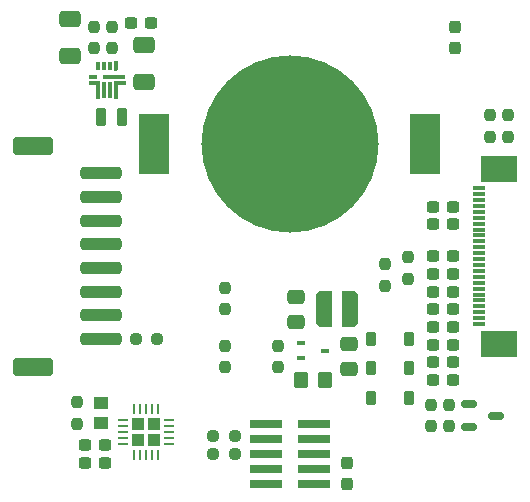
<source format=gtp>
%TF.GenerationSoftware,KiCad,Pcbnew,7.0.7*%
%TF.CreationDate,2023-11-30T17:57:34-08:00*%
%TF.ProjectId,TemperatureHumidityEPD,54656d70-6572-4617-9475-726548756d69,rev?*%
%TF.SameCoordinates,PX75040e0PY7b67cc0*%
%TF.FileFunction,Paste,Top*%
%TF.FilePolarity,Positive*%
%FSLAX46Y46*%
G04 Gerber Fmt 4.6, Leading zero omitted, Abs format (unit mm)*
G04 Created by KiCad (PCBNEW 7.0.7) date 2023-11-30 17:57:34*
%MOMM*%
%LPD*%
G01*
G04 APERTURE LIST*
G04 Aperture macros list*
%AMRoundRect*
0 Rectangle with rounded corners*
0 $1 Rounding radius*
0 $2 $3 $4 $5 $6 $7 $8 $9 X,Y pos of 4 corners*
0 Add a 4 corners polygon primitive as box body*
4,1,4,$2,$3,$4,$5,$6,$7,$8,$9,$2,$3,0*
0 Add four circle primitives for the rounded corners*
1,1,$1+$1,$2,$3*
1,1,$1+$1,$4,$5*
1,1,$1+$1,$6,$7*
1,1,$1+$1,$8,$9*
0 Add four rect primitives between the rounded corners*
20,1,$1+$1,$2,$3,$4,$5,0*
20,1,$1+$1,$4,$5,$6,$7,0*
20,1,$1+$1,$6,$7,$8,$9,0*
20,1,$1+$1,$8,$9,$2,$3,0*%
%AMOutline5P*
0 Free polygon, 5 corners , with rotation*
0 The origin of the aperture is its center*
0 number of corners: always 5*
0 $1 to $10 corner X, Y*
0 $11 Rotation angle, in degrees counterclockwise*
0 create outline with 5 corners*
4,1,5,$1,$2,$3,$4,$5,$6,$7,$8,$9,$10,$1,$2,$11*%
%AMOutline6P*
0 Free polygon, 6 corners , with rotation*
0 The origin of the aperture is its center*
0 number of corners: always 6*
0 $1 to $12 corner X, Y*
0 $13 Rotation angle, in degrees counterclockwise*
0 create outline with 6 corners*
4,1,6,$1,$2,$3,$4,$5,$6,$7,$8,$9,$10,$11,$12,$1,$2,$13*%
%AMOutline7P*
0 Free polygon, 7 corners , with rotation*
0 The origin of the aperture is its center*
0 number of corners: always 7*
0 $1 to $14 corner X, Y*
0 $15 Rotation angle, in degrees counterclockwise*
0 create outline with 7 corners*
4,1,7,$1,$2,$3,$4,$5,$6,$7,$8,$9,$10,$11,$12,$13,$14,$1,$2,$15*%
%AMOutline8P*
0 Free polygon, 8 corners , with rotation*
0 The origin of the aperture is its center*
0 number of corners: always 8*
0 $1 to $16 corner X, Y*
0 $17 Rotation angle, in degrees counterclockwise*
0 create outline with 8 corners*
4,1,8,$1,$2,$3,$4,$5,$6,$7,$8,$9,$10,$11,$12,$13,$14,$15,$16,$1,$2,$17*%
%AMFreePoly0*
4,1,7,0.723768,-0.149824,-0.430033,-0.150223,-0.430033,-0.803623,-0.734833,-0.803623,-0.734833,0.154777,0.723768,0.154976,0.723768,-0.149824,0.723768,-0.149824,$1*%
%AMFreePoly1*
4,1,7,-0.760101,0.152799,0.393700,0.152400,0.393700,-0.152400,-1.064901,-0.152201,-1.064901,0.806199,-0.760101,0.806199,-0.760101,0.152799,-0.760101,0.152799,$1*%
G04 Aperture macros list end*
%ADD10R,2.500000X5.100000*%
%ADD11C,15.000000*%
%ADD12RoundRect,0.237500X0.237500X-0.300000X0.237500X0.300000X-0.237500X0.300000X-0.237500X-0.300000X0*%
%ADD13RoundRect,0.237500X0.300000X0.237500X-0.300000X0.237500X-0.300000X-0.237500X0.300000X-0.237500X0*%
%ADD14R,2.790000X0.740000*%
%ADD15RoundRect,0.250000X-1.500000X0.250000X-1.500000X-0.250000X1.500000X-0.250000X1.500000X0.250000X0*%
%ADD16RoundRect,0.250001X-1.449999X0.499999X-1.449999X-0.499999X1.449999X-0.499999X1.449999X0.499999X0*%
%ADD17RoundRect,0.237500X0.237500X-0.250000X0.237500X0.250000X-0.237500X0.250000X-0.237500X-0.250000X0*%
%ADD18RoundRect,0.237500X-0.250000X-0.237500X0.250000X-0.237500X0.250000X0.237500X-0.250000X0.237500X0*%
%ADD19RoundRect,0.250000X-0.295000X0.295000X-0.295000X-0.295000X0.295000X-0.295000X0.295000X0.295000X0*%
%ADD20RoundRect,0.062500X-0.062500X0.350000X-0.062500X-0.350000X0.062500X-0.350000X0.062500X0.350000X0*%
%ADD21RoundRect,0.062500X-0.350000X0.062500X-0.350000X-0.062500X0.350000X-0.062500X0.350000X0.062500X0*%
%ADD22R,0.700000X0.450000*%
%ADD23RoundRect,0.237500X-0.237500X0.250000X-0.237500X-0.250000X0.237500X-0.250000X0.237500X0.250000X0*%
%ADD24RoundRect,0.237500X0.250000X0.237500X-0.250000X0.237500X-0.250000X-0.237500X0.250000X-0.237500X0*%
%ADD25RoundRect,0.200000X0.200000X0.600000X-0.200000X0.600000X-0.200000X-0.600000X0.200000X-0.600000X0*%
%ADD26RoundRect,0.237500X-0.300000X-0.237500X0.300000X-0.237500X0.300000X0.237500X-0.300000X0.237500X0*%
%ADD27R,1.200000X1.050000*%
%ADD28R,3.100000X2.300000*%
%ADD29R,1.100000X0.300000*%
%ADD30RoundRect,0.150000X-0.512500X-0.150000X0.512500X-0.150000X0.512500X0.150000X-0.512500X0.150000X0*%
%ADD31Outline6P,-0.700000X1.220000X-0.420000X1.500000X0.700000X1.500000X0.700000X-1.500000X-0.420000X-1.500000X-0.700000X-1.220000X0.000000*%
%ADD32Outline6P,-0.700000X1.500000X0.420000X1.500000X0.700000X1.220000X0.700000X-1.220000X0.420000X-1.500000X-0.700000X-1.500000X0.000000*%
%ADD33RoundRect,0.225000X0.225000X0.375000X-0.225000X0.375000X-0.225000X-0.375000X0.225000X-0.375000X0*%
%ADD34RoundRect,0.250000X-0.350000X-0.450000X0.350000X-0.450000X0.350000X0.450000X-0.350000X0.450000X0*%
%ADD35RoundRect,0.225000X-0.225000X-0.375000X0.225000X-0.375000X0.225000X0.375000X-0.225000X0.375000X0*%
%ADD36RoundRect,0.250000X0.650000X-0.412500X0.650000X0.412500X-0.650000X0.412500X-0.650000X-0.412500X0*%
%ADD37Outline5P,-0.393700X0.152400X0.241300X0.152400X0.393700X0.000000X0.393700X-0.152400X-0.393700X-0.152400X270.000000*%
%ADD38R,0.304800X0.787400*%
%ADD39R,0.787400X0.304800*%
%ADD40R,0.127000X0.127000*%
%ADD41FreePoly0,270.000000*%
%ADD42R,0.304800X1.447800*%
%ADD43FreePoly1,270.000000*%
%ADD44R,1.955800X0.304800*%
%ADD45RoundRect,0.250000X0.475000X-0.337500X0.475000X0.337500X-0.475000X0.337500X-0.475000X-0.337500X0*%
G04 APERTURE END LIST*
%TO.C,U3*%
G36*
X9452401Y37366300D02*
G01*
X9287401Y37201300D01*
X9147601Y37201300D01*
X9147601Y37988700D01*
X9452400Y37988700D01*
X9452401Y37366300D01*
G37*
G36*
X9452401Y37366300D02*
G01*
X9287401Y37201300D01*
X9147601Y37201300D01*
X9147601Y37988700D01*
X9452400Y37988700D01*
X9452401Y37366300D01*
G37*
G36*
X7952399Y34876300D02*
G01*
X7647599Y34876300D01*
X7647200Y36030101D01*
X6993800Y36030101D01*
X6993800Y36334901D01*
X7952200Y36334901D01*
X7952399Y34876300D01*
G37*
%TD*%
D10*
%TO.C,BT1*%
X35450000Y31000000D03*
X12550000Y31000000D03*
D11*
X24000000Y31000000D03*
%TD*%
D12*
%TO.C,C1*%
X38000000Y39137500D03*
X38000000Y40862500D03*
%TD*%
%TO.C,C2*%
X28900000Y2237500D03*
X28900000Y3962500D03*
%TD*%
D13*
%TO.C,C4*%
X8362500Y4000000D03*
X6637500Y4000000D03*
%TD*%
%TO.C,C5*%
X8362500Y5500000D03*
X6637500Y5500000D03*
%TD*%
D14*
%TO.C,J2*%
X26035000Y2185000D03*
X21965000Y2185000D03*
X26035000Y3455000D03*
X21965000Y3455000D03*
X26035000Y4725000D03*
X21965000Y4725000D03*
X26035000Y5995000D03*
X21965000Y5995000D03*
X26035000Y7265000D03*
X21965000Y7265000D03*
%TD*%
D15*
%TO.C,J3*%
X8000000Y28500000D03*
X8000000Y26500000D03*
X8000000Y24500000D03*
X8000000Y22500000D03*
X8000000Y20500000D03*
X8000000Y18500000D03*
X8000000Y16500000D03*
X8000000Y14500000D03*
D16*
X2250000Y30850000D03*
X2250000Y12150000D03*
%TD*%
D17*
%TO.C,L1*%
X6000000Y7312500D03*
X6000000Y9137500D03*
%TD*%
D18*
%TO.C,R2*%
X10987500Y14500000D03*
X12812500Y14500000D03*
%TD*%
D19*
%TO.C,U2*%
X12527500Y7275000D03*
X11177500Y7275000D03*
X12527500Y5925000D03*
X11177500Y5925000D03*
D20*
X12852500Y8562500D03*
X12352500Y8562500D03*
X11852500Y8562500D03*
X11352500Y8562500D03*
X10852500Y8562500D03*
D21*
X9890000Y7600000D03*
X9890000Y7100000D03*
X9890000Y6600000D03*
X9890000Y6100000D03*
X9890000Y5600000D03*
D20*
X10852500Y4637500D03*
X11352500Y4637500D03*
X11852500Y4637500D03*
X12352500Y4637500D03*
X12852500Y4637500D03*
D21*
X13815000Y5600000D03*
X13815000Y6100000D03*
X13815000Y6600000D03*
X13815000Y7100000D03*
X13815000Y7600000D03*
%TD*%
D22*
%TO.C,Q1*%
X25000000Y14150000D03*
X25000000Y12850000D03*
X27000000Y13500000D03*
%TD*%
D23*
%TO.C,R4*%
X18500000Y18825000D03*
X18500000Y17000000D03*
%TD*%
%TO.C,R5*%
X7400000Y40912500D03*
X7400000Y39087500D03*
%TD*%
%TO.C,R14*%
X32100000Y20812500D03*
X32100000Y18987500D03*
%TD*%
D13*
%TO.C,C19*%
X37862500Y12500000D03*
X36137500Y12500000D03*
%TD*%
D24*
%TO.C,R6*%
X19377500Y4765000D03*
X17552500Y4765000D03*
%TD*%
D23*
%TO.C,R16*%
X36000000Y8912500D03*
X36000000Y7087500D03*
%TD*%
D13*
%TO.C,C11*%
X37862500Y24200000D03*
X36137500Y24200000D03*
%TD*%
D25*
%TO.C,L2*%
X9800000Y33290000D03*
X8000000Y33290000D03*
%TD*%
D13*
%TO.C,C20*%
X37862500Y11000000D03*
X36137500Y11000000D03*
%TD*%
%TO.C,C14*%
X37862500Y20000000D03*
X36137500Y20000000D03*
%TD*%
D26*
%TO.C,C7*%
X10537500Y41200000D03*
X12262500Y41200000D03*
%TD*%
D27*
%TO.C,Y1*%
X8000000Y9050000D03*
X8000000Y7400000D03*
%TD*%
D13*
%TO.C,C16*%
X37862500Y17000000D03*
X36137500Y17000000D03*
%TD*%
%TO.C,C18*%
X37862500Y14000000D03*
X36137500Y14000000D03*
%TD*%
D28*
%TO.C,J4*%
X41750000Y28920000D03*
X41750000Y14080000D03*
D29*
X40050000Y15750000D03*
X40050000Y16250000D03*
X40050000Y16750000D03*
X40050000Y17250000D03*
X40050000Y17750000D03*
X40050000Y18250000D03*
X40050000Y18750000D03*
X40050000Y19250000D03*
X40050000Y19750000D03*
X40050000Y20250000D03*
X40050000Y20750000D03*
X40050000Y21250000D03*
X40050000Y21750000D03*
X40050000Y22250000D03*
X40050000Y22750000D03*
X40050000Y23250000D03*
X40050000Y23750000D03*
X40050000Y24250000D03*
X40050000Y24750000D03*
X40050000Y25250000D03*
X40050000Y25750000D03*
X40050000Y26250000D03*
X40050000Y26750000D03*
X40050000Y27250000D03*
%TD*%
D17*
%TO.C,R15*%
X23000000Y12087500D03*
X23000000Y13912500D03*
%TD*%
D23*
%TO.C,R9*%
X41000000Y33412500D03*
X41000000Y31587500D03*
%TD*%
D30*
%TO.C,Q2*%
X39225000Y8950000D03*
X39225000Y7050000D03*
X41500000Y8000000D03*
%TD*%
D31*
%TO.C,L4*%
X26900000Y17000000D03*
D32*
X29100000Y17000000D03*
%TD*%
D13*
%TO.C,C15*%
X37862500Y18500000D03*
X36137500Y18500000D03*
%TD*%
D33*
%TO.C,D3*%
X34150000Y9500000D03*
X30850000Y9500000D03*
%TD*%
D23*
%TO.C,R8*%
X18500000Y13912500D03*
X18500000Y12087500D03*
%TD*%
D17*
%TO.C,L3*%
X34000000Y19587500D03*
X34000000Y21412500D03*
%TD*%
D13*
%TO.C,C13*%
X37862500Y21500000D03*
X36137500Y21500000D03*
%TD*%
D34*
%TO.C,R18*%
X25000000Y11000000D03*
X27000000Y11000000D03*
%TD*%
D13*
%TO.C,C17*%
X37862500Y15500000D03*
X36137500Y15500000D03*
%TD*%
D33*
%TO.C,D5*%
X34150000Y14500000D03*
X30850000Y14500000D03*
%TD*%
D35*
%TO.C,D4*%
X30850000Y12000000D03*
X34150000Y12000000D03*
%TD*%
D13*
%TO.C,C10*%
X37862500Y25700000D03*
X36137500Y25700000D03*
%TD*%
D23*
%TO.C,R10*%
X42500000Y33412500D03*
X42500000Y31587500D03*
%TD*%
D36*
%TO.C,C8*%
X5400000Y38437500D03*
X5400000Y41562500D03*
%TD*%
D37*
%TO.C,U3*%
X9300001Y37595000D03*
D38*
X8800000Y37595000D03*
X8300000Y37595000D03*
X7799999Y37595000D03*
D39*
X7387500Y36682500D03*
D40*
X7387500Y36182500D03*
D41*
X7799999Y35600000D03*
D42*
X8300000Y35600000D03*
X8800000Y35600000D03*
D43*
X9300001Y35270000D03*
D40*
X9712500Y36182500D03*
D44*
X9128500Y36682500D03*
%TD*%
D36*
%TO.C,C6*%
X11700000Y36237500D03*
X11700000Y39362500D03*
%TD*%
D17*
%TO.C,R17*%
X37500000Y7087500D03*
X37500000Y8912500D03*
%TD*%
%TO.C,R13*%
X9000000Y39087500D03*
X9000000Y40912500D03*
%TD*%
D45*
%TO.C,C12*%
X29000000Y11962500D03*
X29000000Y14037500D03*
%TD*%
%TO.C,C9*%
X24500000Y15962500D03*
X24500000Y18037500D03*
%TD*%
D24*
%TO.C,R7*%
X19377500Y6265000D03*
X17552500Y6265000D03*
%TD*%
M02*

</source>
